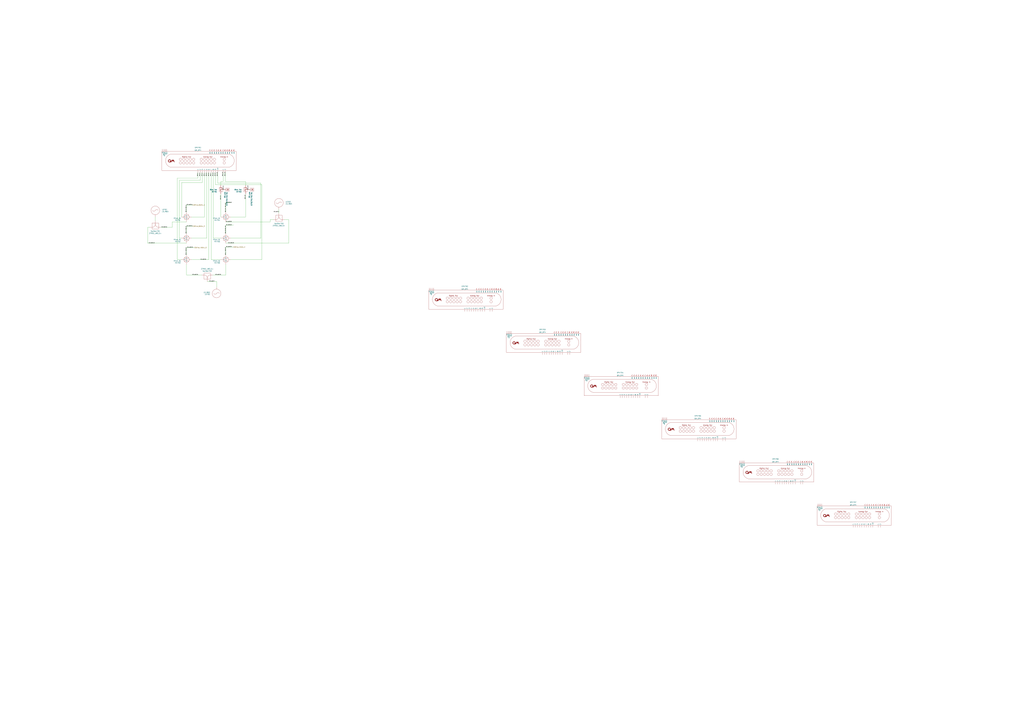
<source format=kicad_sch>
(kicad_sch (version 20230121) (generator eeschema)
  (paper "A0")
  (lib_symbols
    (symbol "Quantum Computing:50_cap" (on_board no)
      (property "Reference" "Ω" (at 2.54 1.27 0))
      (property "Value" "50_cap" (at 2.54 -1.27 0))
      (symbol "50_cap_0_0"
        (rectangle (start -1.905 3.81) (end 1.905 0))
        (polyline (pts (xy -1.27 1.27) (xy -1.016 1.27) (xy -0.762 1.524) (xy -0.508 1.016) (xy -0.254 1.524) (xy 0 1.016) (xy 0.254 1.524) (xy 0.508 1.016) (xy 0.762 1.524) (xy 1.016 1.27) (xy 1.27 1.27)))
        (text "50Ω" (at 0 2.54 0) (effects (font (size 0.64 0.64))))
      )
      (symbol "50_cap_1_1"
        (pin bidirectional line (at 0 -2.54 90) (length 2.54) (name "") (number ""))
      )
    )
    (symbol "Quantum Computing:Bias Tee" (on_board no)
      (property "Reference" "BT" (at 4.445 7.62 0))
      (property "Value" "Bias Tee" (at 4.445 5.08 0))
      (symbol "Bias Tee_0_0"
        (rectangle (start -1.905 7.62) (end 1.905 2.54))
        (polyline (pts (xy 1.1145 5.8025) (xy 0.7112 5.8025) (xy 0.7112 6.3274) (xy 0.573 6.3274) (xy 0.573 5.8025) (xy 0.131 5.8025) (xy 0.131 5.6643) (xy 1.1145 5.6643) (xy 1.1145 5.8025)) (stroke (width 0.01)) (fill (type outline)))
        (polyline (pts (xy 0.7112 5.4102) (xy 1.1145 5.4102) (xy 1.1145 5.5483) (xy 0.131 5.5483) (xy 0.131 5.4102) (xy 0.573 5.4102) (xy 0.573 5.2375) (xy 0.5729 5.0648) (xy 0.5526 5.1008) (xy 0.5518 5.1023) (xy 0.5369 5.1247) (xy 0.518 5.1491) (xy 0.4988 5.1703) (xy 0.4973 5.1719) (xy 0.4676 5.1972) (xy 0.4383 5.2132) (xy 0.4064 5.2207) (xy 0.3692 5.2211) (xy 0.3502 5.2188) (xy 0.316 5.2091) (xy 0.2849 5.1918) (xy 0.2558 5.1659) (xy 0.2278 5.1308) (xy 0.1997 5.0854) (xy 0.1881 5.0651) (xy 0.1695 5.0354) (xy 0.1533 5.0152) (xy 0.1386 5.0046) (xy 0.1243 5.0035) (xy 0.1095 5.0122) (xy 0.093 5.0307) (xy 0.074 5.0591) (xy 0.0513 5.0975) (xy 0.0429 5.1118) (xy 0.0132 5.1538) (xy -0.0176 5.1853) (xy -0.0501 5.2067) (xy -0.0605 5.2114) (xy -0.077 5.2164) (xy -0.0965 5.2189) (xy -0.1232 5.2196) (xy -0.1305 5.2195) (xy -0.1529 5.2188) (xy -0.1692 5.2164) (xy -0.1836 5.2114) (xy -0.2 5.203) (xy -0.2146 5.1941) (xy -0.2314 5.1808) (xy -0.2479 5.1638) (xy -0.2654 5.1414) (xy -0.285 5.1123) (xy -0.3083 5.0747) (xy -0.3116 5.0692) (xy -0.3264 5.0456) (xy -0.3397 5.0257) (xy -0.3501 5.0114) (xy -0.3563 5.0047) (xy -0.3637 5.0013) (xy -0.3745 5.0014) (xy -0.3861 5.008) (xy -0.3994 5.0221) (xy -0.4156 5.0444) (xy -0.4354 5.0759) (xy -0.4381 5.0803) (xy -0.4546 5.1067) (xy -0.4707 5.1312) (xy -0.4847 5.1513) (xy -0.4948 5.1644) (xy -0.5148 5.1838) (xy -0.5496 5.2056) (xy -0.5887 5.2183) (xy -0.6304 5.2213) (xy -0.6729 5.2143) (xy -0.6805 5.2117) (xy -0.7115 5.1948) (xy -0.7425 5.1677) (xy -0.773 5.131) (xy -0.8022 5.0854) (xy -0.8052 5.0802) (xy -0.8259 5.0455) (xy -0.8433 5.0208) (xy -0.8585 5.0062) (xy -0.8724 5.0015) (xy -0.8864 5.0067) (xy -0.9013 5.0218) (xy -0.9184 5.0468) (xy -0.9387 5.0817) (xy -0.9449 5.0923) (xy -0.9597 5.1162) (xy -0.9743 5.1375) (xy -0.9863 5.1527) (xy -1.0068 5.1754) (xy -1.007 5.0502) (xy -1.0072 4.9251) (xy -0.9867 4.9071) (xy -0.9779 4.9001) (xy -0.9576 4.8868) (xy -0.9367 4.8756) (xy -0.923 4.8698) (xy -0.9068 4.8652) (xy -0.8889 4.8636) (xy -0.8646 4.8642) (xy -0.8574 4.8646) (xy -0.8248 4.8694) (xy -0.7964 4.8794) (xy -0.7707 4.8956) (xy -0.7463 4.9191) (xy -0.7217 4.951) (xy -0.6955 4.9924) (xy -0.6933 4.9961) (xy -0.6782 5.021) (xy -0.6641 5.0432) (xy -0.6525 5.0604) (xy -0.6449 5.0703) (xy -0.6346 5.0795) (xy -0.6242 5.0837) (xy -0.6133 5.0814) (xy -0.6011 5.072) (xy -0.5868 5.0547) (xy -0.5694 5.0288) (xy -0.5481 4.9937) (xy -0.5437 4.9863) (xy -0.5154 4.9437) (xy -0.4876 4.911) (xy -0.4592 4.8875) (xy -0.429 4.8724) (xy -0.3959 4.865) (xy -0.3586 4.8644) (xy -0.3376 4.8668) (xy -0.3157 4.8712) (xy -0.3 4.8767) (xy -0.2809 4.8886) (xy -0.2514 4.9155) (xy -0.2209 4.9532) (xy -0.1896 5.0013) (xy -0.1857 5.0079) (xy -0.1677 5.0373) (xy -0.1537 5.0584) (xy -0.1424 5.0723) (xy -0.133 5.08) (xy -0.1242 5.0829) (xy -0.1151 5.082) (xy -0.1096 5.0799) (xy -0.1033 5.0755) (xy -0.0959 5.0675) (xy -0.0865 5.0549) (xy -0.0742 5.0364) (xy -0.0581 5.0107) (xy -0.0373 4.9768) (xy -0.0325 4.9691) (xy -0.004 4.9291) (xy 0.0251 4.8992) (xy 0.0557 4.8788) (xy 0.0889 4.867) (xy 0.1259 4.8632) (xy 0.1619 4.8661) (xy 0.1949 4.8758) (xy 0.225 4.893) (xy 0.2535 4.9187) (xy 0.2814 4.9536) (xy 0.3099 4.9985) (xy 0.3246 5.0233) (xy 0.3429 5.0511) (xy 0.3579 5.07) (xy 0.3704 5.0808) (xy 0.3809 5.0842) (xy 0.3851 5.0836) (xy 0.3966 5.077) (xy 0.4103 5.0623) (xy 0.4267 5.0388) (xy 0.4466 5.0058) (xy 0.4557 4.99) (xy 0.48 4.952) (xy 0.5024 4.923) (xy 0.5239 4.9015) (xy 0.5456 4.8865) (xy 0.5729 4.8715) (xy 0.573 4.743) (xy 0.573 4.6145) (xy 0.7112 4.6145) (xy 0.7112 5.4102)) (stroke (width 0.01)) (fill (type outline)))
        (text "DC" (at -1.27 4.445 0) (effects (font (size 0.5 0.5))))
        (text "RF" (at 0 6.985 0) (effects (font (size 0.5 0.5))))
        (text "RF+DC" (at 0 3.175 0) (effects (font (size 0.5 0.5))))
      )
      (symbol "Bias Tee_1_1"
        (pin input line (at -2.54 5.08 0) (length 0.5) (name "") (number ""))
        (pin output line (at 0 0 90) (length 2.54) (name "") (number ""))
        (pin input line (at 0 10.16 270) (length 2.54) (name "") (number ""))
      )
    )
    (symbol "Quantum Computing:LO_R&S" (on_board no)
      (property "Reference" "LO" (at 7.62 1.016 0))
      (property "Value" "LO_R&S" (at 7.62 -1.27 0))
      (symbol "LO_R&S_0_0"
        (arc (start -3.302 0) (mid -1.651 -0.9472) (end 0 0))
        (circle (center 0 0) (radius 5.0289))
        (arc (start 3.302 0) (mid 1.651 0.9466) (end 0 0))
      )
      (symbol "LO_R&S_1_1"
        (pin output line (at 0 -7.62 90) (length 2.54) (name "") (number ""))
      )
    )
    (symbol "Quantum Computing:Mixer_IQ" (on_board no)
      (property "Reference" "MX" (at 6.858 3.81 0))
      (property "Value" "Mixer_IQ" (at 6.858 1.524 0))
      (symbol "Mixer_IQ_0_0"
        (polyline (pts (xy -2.54 2.54) (xy 2.54 -2.54)))
        (polyline (pts (xy 2.54 2.54) (xy -2.54 -2.54)))
        (circle (center 0 0) (radius 3.175))
      )
      (symbol "Mixer_IQ_1_1"
        (pin bidirectional line (at -5.715 0 0) (length 2.54) (name "I") (number ""))
        (pin bidirectional line (at 0 5.715 270) (length 2.54) (name "LO") (number ""))
        (pin bidirectional line (at 5.715 0 180) (length 2.54) (name "Q") (number ""))
        (pin bidirectional line (at 0 -5.715 90) (length 2.54) (name "RF") (number ""))
      )
    )
    (symbol "Quantum Computing:QM_OPX"
      (property "Reference" "OPX" (at 0 15.875 0))
      (property "Value" "QM_OPX" (at 0 12.7 0))
      (symbol "QM_OPX_0_0"
        (arc (start -31.7959 8.1784) (mid -37.6365 0.6354) (end -31.7963 -6.9081))
        (polyline (pts (xy 36.195 -6.985) (xy -31.75 -6.985)))
        (polyline (pts (xy 36.195 8.255) (xy -31.75 8.255)))
        (polyline (pts (xy -32.385 -1.27) (xy -32.0076 -1.0528) (xy -31.8992 -0.9439) (xy -31.5702 -1.0391) (xy -31.5009 -1.0913) (xy -31.1341 -1.146) (xy -30.7632 -0.7876) (xy -30.3533 0.0139) (xy -29.944 0.9724) (xy -29.7133 0.3134) (xy -29.4931 -0.1454) (xy -29.2726 -0.3456) (xy -29.2682 -0.3454) (xy -29.0164 -0.1474) (xy -28.7085 0.3134) (xy -28.6718 0.3799) (xy -28.4433 0.6999) (xy -28.3448 0.6651) (xy -28.3178 0.4485) (xy -28.1468 -0.1104) (xy -27.8854 -0.673) (xy -27.6115 -1.0856) (xy -27.4028 -1.1948) (xy -27.393 -1.1875) (xy -27.351 -0.8794) (xy -27.4686 -0.3001) (xy -27.6935 0.4046) (xy -27.9729 1.0887) (xy -28.2544 1.6061) (xy -28.4853 1.811) (xy -28.7071 1.6906) (xy -28.9478 1.2719) (xy -29.1176 0.7327) (xy -29.3562 1.2719) (xy -29.6179 1.6883) (xy -29.9276 1.7451) (xy -30.2949 1.3722) (xy -30.7522 0.553) (xy -31.3683 -0.705) (xy -31.348 0.1825) (xy -31.3517 0.4145) (xy -31.5872 1.2926) (xy -32.1507 1.8534) (xy -33.0011 2.0507) (xy -33.0194 2.0506) (xy -33.8359 1.8486) (xy -34.4222 1.3398) (xy -34.7253 0.6445) (xy -34.7246 0.6279) (xy -34.2114 0.6279) (xy -33.7879 1.2186) (xy -33.3786 1.4535) (xy -32.7538 1.4774) (xy -32.2166 1.1985) (xy -31.9389 0.668) (xy -31.9418 0.3324) (xy -32.0892 0.1337) (xy -32.2447 0.0431) (xy -32.4396 -0.3456) (xy -32.485 -0.472) (xy -32.8382 -0.7804) (xy -33.3515 -0.7534) (xy -33.877 -0.3866) (xy -34.1641 0.0313) (xy -34.2114 0.6279) (xy -34.7246 0.6279) (xy -34.6923 -0.1171) (xy -34.2699 -0.8248) (xy -34.2193 -0.872) (xy -33.6777 -1.1607) (xy -33.0039 -1.2997) (xy -32.385 -1.27)) (stroke (width 0.01)) (fill (type outline)))
        (arc (start 36.2413 -6.9081) (mid 42.0815 0.6353) (end 36.2409 8.1784))
        (text "Analog In" (at 30.48 5.08 0) (effects (font (size 1.27 1.27))))
        (text "Analog Out" (at 11.43 5.08 0) (effects (font (size 1.27 1.27))))
        (text "Digital Out" (at -13.335 5.08 0) (effects (font (size 1.27 1.27))))
      )
      (symbol "QM_OPX_0_1"
        (rectangle (start -41.91 11.43) (end 44.45 -10.795))
        (circle (center -20.32 -1.905) (radius 1.4199))
        (circle (center -20.3091 2.1657) (radius 1.4199))
        (circle (center -16.51 -1.905) (radius 1.4199))
        (circle (center -16.4991 2.1657) (radius 1.4199))
        (circle (center -12.7 -1.905) (radius 1.4199))
        (circle (center -12.6891 2.1657) (radius 1.4199))
        (circle (center -8.89 -1.905) (radius 1.4199))
        (circle (center -8.8791 2.1657) (radius 1.4199))
        (circle (center -5.08 -1.905) (radius 1.4199))
        (circle (center -5.0691 2.1657) (radius 1.4199))
        (circle (center 3.81 -1.905) (radius 1.4199))
        (circle (center 3.8209 2.1657) (radius 1.4199))
        (circle (center 7.62 -1.905) (radius 1.4199))
        (circle (center 7.6309 2.1657) (radius 1.4199))
        (circle (center 11.43 -1.905) (radius 1.4199))
        (circle (center 11.4409 2.1657) (radius 1.4199))
        (circle (center 15.24 -1.905) (radius 1.4199))
        (circle (center 15.2509 2.1657) (radius 1.4199))
        (circle (center 19.05 -1.905) (radius 1.4199))
        (circle (center 19.0609 2.1657) (radius 1.4199))
        (circle (center 30.48 -1.905) (radius 1.4199))
        (circle (center 30.4909 2.1657) (radius 1.4199))
      )
      (symbol "QM_OPX_1_1"
        (pin output line (at 0 -13.335 90) (length 2.54) (name "1") (number ""))
        (pin input line (at 29.21 -13.335 90) (length 2.54) (name "1") (number ""))
        (pin output line (at 22.86 -13.335 90) (length 2.54) (name "10") (number ""))
        (pin output line (at 2.54 -13.335 90) (length 2.54) (name "2") (number ""))
        (pin input line (at 31.75 -13.335 90) (length 2.54) (name "2") (number ""))
        (pin output line (at 5.08 -13.335 90) (length 2.54) (name "3") (number ""))
        (pin output line (at 7.62 -13.335 90) (length 2.54) (name "4") (number ""))
        (pin output line (at 10.16 -13.335 90) (length 2.54) (name "5") (number ""))
        (pin output line (at 12.7 -13.335 90) (length 2.54) (name "6") (number ""))
        (pin output line (at 15.24 -13.335 90) (length 2.54) (name "7") (number ""))
        (pin output line (at 17.78 -13.335 90) (length 2.54) (name "8") (number ""))
        (pin output line (at 20.32 -13.335 90) (length 2.54) (name "9") (number ""))
        (pin bidirectional line (at -37.465 13.97 270) (length 2.54) (name "AUX_1") (number ""))
        (pin bidirectional line (at -36.195 13.97 270) (length 2.54) (name "AUX_2") (number ""))
        (pin bidirectional line (at -40.005 13.97 270) (length 2.54) (name "Clock_IN") (number ""))
        (pin bidirectional line (at -38.735 13.97 270) (length 2.54) (name "Clock_OUT") (number ""))
        (pin bidirectional line (at -41.275 13.97 270) (length 2.54) (name "LAN") (number ""))
        (pin bidirectional line (at 13.97 13.97 270) (length 2.54) (name "COM") (number "1"))
        (pin bidirectional line (at 36.83 13.97 270) (length 2.54) (name "COM") (number "10"))
        (pin bidirectional line (at 39.37 13.97 270) (length 2.54) (name "COM") (number "11"))
        (pin bidirectional line (at 41.91 13.97 270) (length 2.54) (name "COM") (number "12"))
        (pin bidirectional line (at 16.51 13.97 270) (length 2.54) (name "COM") (number "2"))
        (pin bidirectional line (at 19.05 13.97 270) (length 2.54) (name "COM") (number "3"))
        (pin bidirectional line (at 21.59 13.97 270) (length 2.54) (name "COM") (number "4"))
        (pin bidirectional line (at 24.13 13.97 270) (length 2.54) (name "COM") (number "5"))
        (pin bidirectional line (at 26.67 13.97 270) (length 2.54) (name "COM") (number "6"))
        (pin bidirectional line (at 29.21 13.97 270) (length 2.54) (name "COM") (number "7"))
        (pin bidirectional line (at 31.75 13.97 270) (length 2.54) (name "COM") (number "8"))
        (pin bidirectional line (at 34.29 13.97 270) (length 2.54) (name "COM") (number "9"))
      )
    )
    (symbol "Quantum Computing:ZFRSC_183_S+" (on_board no)
      (property "Reference" "Splitter" (at 0 -4.445 0))
      (property "Value" "ZFRSC_183_S+" (at 0 -6.985 0))
      (symbol "ZFRSC_183_S+_0_1"
        (arc (start -3.81 0) (mid -1.0971 1.097) (end 0 3.81))
        (rectangle (start -3.81 5.08) (end 3.81 -1.905))
        (polyline (pts (xy 0 3.81) (xy 0 5.08)))
        (arc (start 0 3.81) (mid 1.1114 1.1114) (end 3.81 0))
      )
      (symbol "ZFRSC_183_S+_1_1"
        (pin bidirectional line (at -6.35 0 0) (length 2.54) (name "") (number ""))
        (pin bidirectional line (at 0 7.62 270) (length 2.54) (name "") (number ""))
        (pin bidirectional line (at 6.35 0 180) (length 2.54) (name "") (number ""))
      )
    )
  )
  (wire (pts (xy 304.165 214.63) (xy 250.19 214.63)))
  (wire (pts (xy 186.69 264.16) (xy 200.025 264.16)))
  (wire (pts (xy 259.715 220.345) (xy 259.08 220.345)))
  (wire (pts (xy 262.255 257.81) (xy 313.69 257.81)))
  (wire (pts (xy 200.025 257.81) (xy 216.535 257.81)))
  (wire (pts (xy 222.25 276.86) (xy 240.03 276.86)))
  (wire (pts (xy 229.87 200.66) (xy 229.87 207.01)))
  (wire (pts (xy 232.41 209.55) (xy 208.28 209.55)))
  (wire (pts (xy 237.49 252.095) (xy 237.49 200.66)))
  (wire (pts (xy 285.115 225.425) (xy 285.115 252.095)))
  (wire (pts (xy 330.2 255.27) (xy 335.28 255.27)))
  (wire (pts (xy 259.08 210.82) (xy 259.08 200.66)))
  (wire (pts (xy 250.19 214.63) (xy 250.19 200.66)))
  (wire (pts (xy 302.895 276.86) (xy 302.895 212.725)))
  (wire (pts (xy 256.54 252.095) (xy 256.54 225.425)))
  (wire (pts (xy 200.025 264.16) (xy 200.025 257.81)))
  (wire (pts (xy 229.87 207.01) (xy 205.74 207.01)))
  (wire (pts (xy 232.41 200.66) (xy 232.41 209.55)))
  (wire (pts (xy 216.535 271.145) (xy 216.535 262.89)))
  (wire (pts (xy 222.25 301.625) (xy 242.57 301.625)))
  (wire (pts (xy 251.46 327.025) (xy 251.46 333.375)))
  (wire (pts (xy 247.015 319.405) (xy 262.255 319.405)))
  (wire (pts (xy 234.315 319.405) (xy 216.535 319.405)))
  (wire (pts (xy 216.535 295.91) (xy 216.535 287.655)))
  (wire (pts (xy 304.165 301.625) (xy 304.165 214.63)))
  (wire (pts (xy 240.03 276.86) (xy 240.03 200.66)))
  (wire (pts (xy 216.535 262.89) (xy 223.52 262.89)))
  (wire (pts (xy 313.69 257.81) (xy 313.69 255.27)))
  (wire (pts (xy 261.62 210.82) (xy 261.62 200.66)))
  (wire (pts (xy 247.65 276.86) (xy 247.65 200.66)))
  (wire (pts (xy 302.895 212.725) (xy 252.73 212.725)))
  (wire (pts (xy 222.25 252.095) (xy 237.49 252.095)))
  (wire (pts (xy 171.45 264.16) (xy 173.99 264.16)))
  (wire (pts (xy 216.535 319.405) (xy 216.535 307.34)))
  (wire (pts (xy 216.535 238.125) (xy 216.535 246.38)))
  (wire (pts (xy 210.82 212.09) (xy 210.82 252.095)))
  (wire (pts (xy 335.28 255.27) (xy 335.28 282.575)))
  (wire (pts (xy 234.95 200.66) (xy 234.95 212.09)))
  (wire (pts (xy 262.255 261.62) (xy 271.145 261.62)))
  (wire (pts (xy 252.73 212.725) (xy 252.73 200.66)))
  (wire (pts (xy 262.255 307.34) (xy 262.255 319.405)))
  (wire (pts (xy 216.535 282.575) (xy 171.45 282.575)))
  (wire (pts (xy 267.97 276.86) (xy 302.895 276.86)))
  (wire (pts (xy 256.54 301.625) (xy 245.11 301.625)))
  (wire (pts (xy 242.57 301.625) (xy 242.57 200.66)))
  (wire (pts (xy 240.665 327.025) (xy 251.46 327.025)))
  (wire (pts (xy 208.28 209.55) (xy 208.28 276.86)))
  (wire (pts (xy 234.95 212.09) (xy 210.82 212.09)))
  (wire (pts (xy 208.28 276.86) (xy 210.82 276.86)))
  (wire (pts (xy 262.255 282.575) (xy 335.28 282.575)))
  (wire (pts (xy 216.535 238.125) (xy 223.52 238.125)))
  (wire (pts (xy 262.255 246.38) (xy 262.255 235.585)))
  (wire (pts (xy 205.74 207.01) (xy 205.74 301.625)))
  (wire (pts (xy 180.34 252.095) (xy 180.34 256.54)))
  (wire (pts (xy 245.11 301.625) (xy 245.11 200.66)))
  (wire (pts (xy 262.255 235.585) (xy 267.97 235.585)))
  (wire (pts (xy 216.535 287.655) (xy 225.425 287.655)))
  (wire (pts (xy 262.255 295.91) (xy 262.255 287.02)))
  (wire (pts (xy 285.115 210.82) (xy 285.115 215.265)))
  (wire (pts (xy 205.74 301.625) (xy 210.82 301.625)))
  (wire (pts (xy 256.54 276.86) (xy 247.65 276.86)))
  (wire (pts (xy 262.255 287.02) (xy 270.51 287.02)))
  (wire (pts (xy 323.85 243.205) (xy 323.85 247.65)))
  (wire (pts (xy 171.45 264.16) (xy 171.45 282.575)))
  (wire (pts (xy 313.69 255.27) (xy 317.5 255.27)))
  (wire (pts (xy 285.115 252.095) (xy 267.97 252.095)))
  (wire (pts (xy 262.255 271.145) (xy 262.255 261.62)))
  (wire (pts (xy 256.54 210.82) (xy 259.08 210.82)))
  (wire (pts (xy 288.29 220.345) (xy 287.655 220.345)))
  (wire (pts (xy 267.97 301.625) (xy 304.165 301.625)))
  (wire (pts (xy 261.62 210.82) (xy 285.115 210.82)))
  (wire (pts (xy 256.54 215.265) (xy 256.54 210.82)))
  (label "LO_1_split_1a" (at 187.325 264.16 0) (effects (font (size 0.64 0.64))))
  (label "QM_1_9" (at 262.255 291.465 90) (effects (font (size 0.64 0.64))))
  (label "LO_1_split_2b" (at 256.54 319.405 180) (effects (font (size 0.64 0.64))))
  (label "QM_1_10" (at 262.255 266.7 90) (effects (font (size 0.64 0.64))))
  (label "LO_1_split_3a" (at 262.255 261.62 0) (effects (font (size 0.64 0.64))))
  (label "QM_1_IN1" (at 262.255 246.38 90) (effects (font (size 0.64 0.64))))
  (label "QM_1_IN2" (at 285.115 231.14 90) (effects (font (size 0.64 0.64))))
  (label "QM_1_IN2" (at 261.62 204.47 90) (effects (font (size 0.64 0.64))))
  (label "LO_1_split_1a" (at 216.535 238.125 0) (effects (font (size 0.64 0.64))))
  (label "LO_1_split_3b" (at 262.255 257.81 0) (effects (font (size 0.64 0.64))))
  (label "QM_1_8" (at 262.255 271.145 90) (effects (font (size 0.64 0.64))))
  (label "QM_1_IN1" (at 256.54 231.775 90) (effects (font (size 0.64 0.64))))
  (label "LO_1_split_2b" (at 262.255 287.02 0) (effects (font (size 0.64 0.64))))
  (label "QM_1_1" (at 229.87 204.47 90) (effects (font (size 0.64 0.64))))
  (label "QM_1_1" (at 216.535 295.91 90) (effects (font (size 0.64 0.64))))
  (label "QM_1_IN1" (at 259.715 220.345 90) (effects (font (size 0.64 0.64))))
  (label "QM_1_4" (at 237.49 204.47 90) (effects (font (size 0.64 0.64))))
  (label "LO_1_split_2" (at 248.92 327.025 180) (effects (font (size 0.64 0.64))))
  (label "QM_1_8" (at 247.65 204.47 90) (effects (font (size 0.64 0.64))))
  (label "LO_1_split_1b" (at 216.535 262.89 0) (effects (font (size 0.64 0.64))))
  (label "QM_1_3" (at 234.95 204.47 90) (effects (font (size 0.64 0.64))))
  (label "QM_1_3" (at 216.535 246.38 90) (effects (font (size 0.64 0.64))))
  (label "QM_1_5" (at 240.03 204.47 90) (effects (font (size 0.64 0.64))))
  (label "QM_1_IN2" (at 288.29 220.345 90) (effects (font (size 0.64 0.64))))
  (label "LO_1_split_2a" (at 217.17 287.655 0) (effects (font (size 0.64 0.64))))
  (label "LO_1_split_3" (at 323.85 246.38 180) (effects (font (size 0.64 0.64))))
  (label "QM_1_4" (at 216.535 241.935 90) (effects (font (size 0.64 0.64))))
  (label "QM_1_2" (at 216.535 271.145 90) (effects (font (size 0.64 0.64))))
  (label "QM_1_9" (at 250.19 204.47 90) (effects (font (size 0.64 0.64))))
  (label "LO_1_split_3a" (at 264.795 282.575 0) (effects (font (size 0.64 0.64))))
  (label "LO_1_split_2a" (at 229.87 319.405 180) (effects (font (size 0.64 0.64))))
  (label "QM_1_7" (at 262.255 295.91 90) (effects (font (size 0.64 0.64))))
  (label "QM_1_IN2" (at 262.255 240.665 90) (effects (font (size 0.64 0.64))))
  (label "QM_1_10" (at 252.73 204.47 90) (effects (font (size 0.64 0.64))))
  (label "QM_1_IN1" (at 259.08 204.47 90) (effects (font (size 0.64 0.64))))
  (label "LO_1_split_1b" (at 172.72 282.575 0) (effects (font (size 0.64 0.64))))
  (label "LO_1_split_2a" (at 239.395 301.625 180) (effects (font (size 0.64 0.64))))
  (label "QM_1_7" (at 245.11 204.47 90) (effects (font (size 0.64 0.64))))
  (label "QM_1_6" (at 216.535 291.465 90) (effects (font (size 0.64 0.64))))
  (label "QM_1_5" (at 216.535 266.7 90) (effects (font (size 0.64 0.64))))
  (label "QM_1_6" (at 242.57 204.47 90) (effects (font (size 0.64 0.64))))
  (label "QM_1_2" (at 232.41 204.47 90) (effects (font (size 0.64 0.64))))
  (label "LO_1_split_3b" (at 262.255 235.585 0) (effects (font (size 0.64 0.64))))
  (hierarchical_label "Drive_4GHz_4" (shape input) (at 270.51 287.02 0))
  (hierarchical_label "Drive_6GHz_1" (shape input) (at 223.52 238.125 0))
  (hierarchical_label "Drive_6GHz_2" (shape input) (at 223.52 262.89 0))
  (hierarchical_label "Drive_4GHz_3" (shape input) (at 225.425 287.655 0))
  (symbol (lib_id "Quantum Computing:QM_OPX") (at 229.87 187.325 0) (unit 1)
    (property "Reference" "OPX701" (at 229.87 171.45 0))
    (property "Value" "QM_OPX" (at 229.87 174.625 0))
  )
  (symbol (lib_id "Quantum Computing:QM_OPX") (at 720.09 448.945 0) (unit 1)
    (property "Reference" "OPX704" (at 720.09 433.07 0))
    (property "Value" "QM_OPX" (at 720.09 436.245 0))
  )
  (symbol (lib_id "Quantum Computing:QM_OPX") (at 900.43 549.275 0) (unit 1)
    (property "Reference" "OPX706" (at 900.43 533.4 0))
    (property "Value" "QM_OPX" (at 900.43 536.575 0))
  )
  (symbol (lib_id "Quantum Computing:LO_R&S") (at 323.85 235.585 0) (unit 1) (on_board no)
    (property "Reference" "LO703" (at 331.47 234.569 0) (effects (justify left)))
    (property "Value" "LO_R&S" (at 331.47 236.855 0) (effects (justify left)))
  )
  (symbol (lib_id "Quantum Computing:Mixer_IQ") (at 262.255 301.625 180) (unit 1) (on_board no)
    (property "Reference" "MX706" (at 255.397 305.435 0) (effects (justify left)))
    (property "Value" "Mixer_IQ" (at 255.397 303.149 0) (effects (justify left)))
  )
  (symbol (lib_id "Quantum Computing:Mixer_IQ") (at 262.255 276.86 180) (unit 1) (on_board no)
    (property "Reference" "MX705" (at 255.397 280.67 0) (effects (justify left)))
    (property "Value" "Mixer_IQ" (at 255.397 278.384 0) (effects (justify left)))
  )
  (symbol (lib_id "Quantum Computing:Mixer_IQ") (at 262.255 252.095 180) (unit 1) (on_board no)
    (property "Reference" "MX704" (at 255.397 255.905 0) (effects (justify left)))
    (property "Value" "Mixer_IQ" (at 255.397 253.619 0) (effects (justify left)))
  )
  (symbol (lib_id "Quantum Computing:Mixer_IQ") (at 216.535 252.095 180) (unit 1) (on_board no)
    (property "Reference" "MX701" (at 209.677 255.905 0) (effects (justify left)))
    (property "Value" "Mixer_IQ" (at 209.677 253.619 0) (effects (justify left)))
  )
  (symbol (lib_id "Quantum Computing:50_cap") (at 290.83 220.345 270) (unit 1) (on_board no)
    (property "Reference" "Ω702701701701" (at 292.1 222.885 0) (effects (justify left)))
    (property "Value" "50_cap" (at 289.56 222.885 0) (effects (justify left)))
  )
  (symbol (lib_id "Quantum Computing:QM_OPX") (at 539.75 348.615 0) (unit 1)
    (property "Reference" "OPX702" (at 539.75 332.74 0))
    (property "Value" "QM_OPX" (at 539.75 335.915 0))
  )
  (symbol (lib_id "Quantum Computing:QM_OPX") (at 990.6 599.44 0) (unit 1)
    (property "Reference" "OPX707" (at 990.6 583.565 0))
    (property "Value" "QM_OPX" (at 990.6 586.74 0))
  )
  (symbol (lib_id "Quantum Computing:QM_OPX") (at 629.92 398.78 0) (unit 1)
    (property "Reference" "OPX703" (at 629.92 382.905 0))
    (property "Value" "QM_OPX" (at 629.92 386.08 0))
  )
  (symbol (lib_id "Quantum Computing:LO_R&S") (at 251.46 340.995 180) (unit 1) (on_board no)
    (property "Reference" "LO702" (at 243.84 342.011 0) (effects (justify left)))
    (property "Value" "LO_R&S" (at 243.84 339.725 0) (effects (justify left)))
  )
  (symbol (lib_id "Quantum Computing:Bias Tee") (at 256.54 215.265 180) (unit 1) (on_board no)
    (property "Reference" "BT701" (at 252.095 222.885 0) (effects (justify left)))
    (property "Value" "Bias Tee" (at 252.095 220.345 0) (effects (justify left)))
  )
  (symbol (lib_id "Quantum Computing:LO_R&S") (at 180.34 244.475 0) (unit 1) (on_board no)
    (property "Reference" "LO701" (at 187.96 243.459 0) (effects (justify left)))
    (property "Value" "LO_R&S" (at 187.96 245.745 0) (effects (justify left)))
  )
  (symbol (lib_id "Quantum Computing:QM_OPX") (at 810.26 499.11 0) (unit 1)
    (property "Reference" "OPX705" (at 810.26 483.235 0))
    (property "Value" "QM_OPX" (at 810.26 486.41 0))
  )
  (symbol (lib_id "Quantum Computing:Bias Tee") (at 285.115 215.265 180) (unit 1) (on_board no)
    (property "Reference" "BT702" (at 280.67 222.885 0) (effects (justify left)))
    (property "Value" "Bias Tee" (at 280.67 220.345 0) (effects (justify left)))
  )
  (symbol (lib_id "Quantum Computing:Mixer_IQ") (at 216.535 301.625 180) (unit 1) (on_board no)
    (property "Reference" "MX703" (at 209.677 305.435 0) (effects (justify left)))
    (property "Value" "Mixer_IQ" (at 209.677 303.149 0) (effects (justify left)))
  )
  (symbol (lib_id "Quantum Computing:ZFRSC_183_S+") (at 240.665 319.405 180) (unit 1) (on_board no)
    (property "Reference" "Splitter702" (at 240.665 314.96 0))
    (property "Value" "ZFRSC_183_S+" (at 240.665 312.42 0))
  )
  (symbol (lib_id "Quantum Computing:ZFRSC_183_S+") (at 180.34 264.16 0) (unit 1) (on_board no)
    (property "Reference" "Splitter701" (at 180.34 268.605 0))
    (property "Value" "ZFRSC_183_S+" (at 180.34 271.145 0))
  )
  (symbol (lib_id "Quantum Computing:50_cap") (at 262.255 220.345 270) (unit 1) (on_board no)
    (property "Reference" "Ω701701701701" (at 263.525 222.885 0) (effects (justify left)))
    (property "Value" "50_cap" (at 260.985 222.885 0) (effects (justify left)))
  )
  (symbol (lib_id "Quantum Computing:ZFRSC_183_S+") (at 323.85 255.27 0) (unit 1) (on_board no)
    (property "Reference" "Splitter703" (at 323.85 259.715 0))
    (property "Value" "ZFRSC_183_S+" (at 323.85 262.255 0))
  )
  (symbol (lib_id "Quantum Computing:Mixer_IQ") (at 216.535 276.86 180) (unit 1) (on_board no)
    (property "Reference" "MX702" (at 209.677 280.67 0) (effects (justify left)))
    (property "Value" "Mixer_IQ" (at 209.677 278.384 0) (effects (justify left)))
  )
)
</source>
